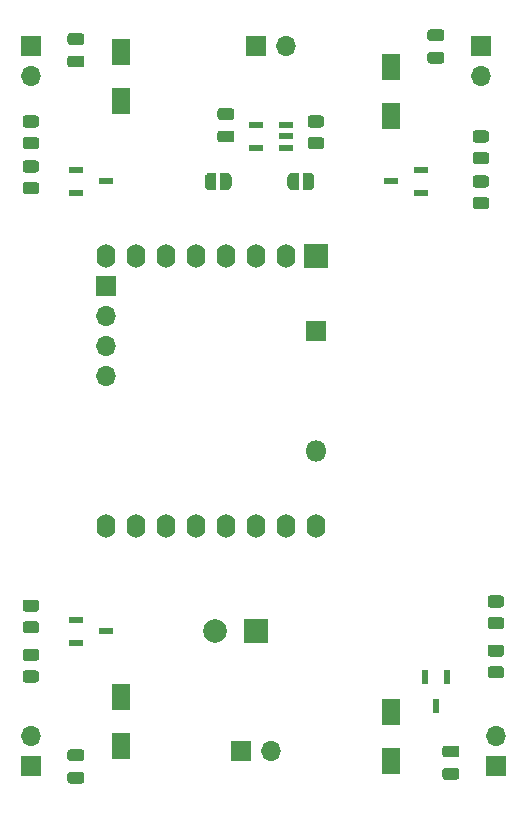
<source format=gbr>
%TF.GenerationSoftware,KiCad,Pcbnew,5.1.7-a382d34a8~88~ubuntu18.04.1*%
%TF.CreationDate,2021-04-24T17:29:33+03:00*%
%TF.ProjectId,quadimodo_pcb,71756164-696d-46f6-946f-5f7063622e6b,rev?*%
%TF.SameCoordinates,Original*%
%TF.FileFunction,Soldermask,Top*%
%TF.FilePolarity,Negative*%
%FSLAX46Y46*%
G04 Gerber Fmt 4.6, Leading zero omitted, Abs format (unit mm)*
G04 Created by KiCad (PCBNEW 5.1.7-a382d34a8~88~ubuntu18.04.1) date 2021-04-24 17:29:33*
%MOMM*%
%LPD*%
G01*
G04 APERTURE LIST*
%ADD10R,1.550000X2.200000*%
%ADD11C,2.000000*%
%ADD12R,2.000000X2.000000*%
%ADD13R,1.200000X0.600000*%
%ADD14R,0.600000X1.200000*%
%ADD15C,0.100000*%
%ADD16R,1.210000X0.590000*%
%ADD17O,1.700000X1.700000*%
%ADD18R,1.700000X1.700000*%
%ADD19O,1.600000X2.000000*%
%ADD20O,1.800000X1.800000*%
%ADD21R,1.800000X1.800000*%
G04 APERTURE END LIST*
D10*
%TO.C,D5*%
X36830000Y-29700000D03*
X36830000Y-33800000D03*
%TD*%
%TO.C,D4*%
X36830000Y-88410000D03*
X36830000Y-84310000D03*
%TD*%
%TO.C,D3*%
X59690000Y-30970000D03*
X59690000Y-35070000D03*
%TD*%
%TO.C,D2*%
X59690000Y-89680000D03*
X59690000Y-85580000D03*
%TD*%
D11*
%TO.C,C1*%
X44760000Y-78740000D03*
D12*
X48260000Y-78740000D03*
%TD*%
D13*
%TO.C,Q4*%
X33040000Y-39690000D03*
X33040000Y-41590000D03*
X35540000Y-40640000D03*
%TD*%
%TO.C,Q3*%
X33040000Y-77790000D03*
X33040000Y-79690000D03*
X35540000Y-78740000D03*
%TD*%
%TO.C,Q2*%
X59710000Y-40640000D03*
X62210000Y-39690000D03*
X62210000Y-41590000D03*
%TD*%
D14*
%TO.C,Q1*%
X64450000Y-82570000D03*
X62550000Y-82570000D03*
X63500000Y-85070000D03*
%TD*%
D15*
%TO.C,JP1*%
G36*
X45720000Y-39890602D02*
G01*
X45744534Y-39890602D01*
X45793365Y-39895412D01*
X45841490Y-39904984D01*
X45888445Y-39919228D01*
X45933778Y-39938005D01*
X45977051Y-39961136D01*
X46017850Y-39988396D01*
X46055779Y-40019524D01*
X46090476Y-40054221D01*
X46121604Y-40092150D01*
X46148864Y-40132949D01*
X46171995Y-40176222D01*
X46190772Y-40221555D01*
X46205016Y-40268510D01*
X46214588Y-40316635D01*
X46219398Y-40365466D01*
X46219398Y-40390000D01*
X46220000Y-40390000D01*
X46220000Y-40890000D01*
X46219398Y-40890000D01*
X46219398Y-40914534D01*
X46214588Y-40963365D01*
X46205016Y-41011490D01*
X46190772Y-41058445D01*
X46171995Y-41103778D01*
X46148864Y-41147051D01*
X46121604Y-41187850D01*
X46090476Y-41225779D01*
X46055779Y-41260476D01*
X46017850Y-41291604D01*
X45977051Y-41318864D01*
X45933778Y-41341995D01*
X45888445Y-41360772D01*
X45841490Y-41375016D01*
X45793365Y-41384588D01*
X45744534Y-41389398D01*
X45720000Y-41389398D01*
X45720000Y-41390000D01*
X45220000Y-41390000D01*
X45220000Y-39890000D01*
X45720000Y-39890000D01*
X45720000Y-39890602D01*
G37*
G36*
X44920000Y-41390000D02*
G01*
X44420000Y-41390000D01*
X44420000Y-41389398D01*
X44395466Y-41389398D01*
X44346635Y-41384588D01*
X44298510Y-41375016D01*
X44251555Y-41360772D01*
X44206222Y-41341995D01*
X44162949Y-41318864D01*
X44122150Y-41291604D01*
X44084221Y-41260476D01*
X44049524Y-41225779D01*
X44018396Y-41187850D01*
X43991136Y-41147051D01*
X43968005Y-41103778D01*
X43949228Y-41058445D01*
X43934984Y-41011490D01*
X43925412Y-40963365D01*
X43920602Y-40914534D01*
X43920602Y-40890000D01*
X43920000Y-40890000D01*
X43920000Y-40390000D01*
X43920602Y-40390000D01*
X43920602Y-40365466D01*
X43925412Y-40316635D01*
X43934984Y-40268510D01*
X43949228Y-40221555D01*
X43968005Y-40176222D01*
X43991136Y-40132949D01*
X44018396Y-40092150D01*
X44049524Y-40054221D01*
X44084221Y-40019524D01*
X44122150Y-39988396D01*
X44162949Y-39961136D01*
X44206222Y-39938005D01*
X44251555Y-39919228D01*
X44298510Y-39904984D01*
X44346635Y-39895412D01*
X44395466Y-39890602D01*
X44420000Y-39890602D01*
X44420000Y-39890000D01*
X44920000Y-39890000D01*
X44920000Y-41390000D01*
G37*
%TD*%
%TO.C,JP2*%
G36*
X52720000Y-39890602D02*
G01*
X52744534Y-39890602D01*
X52793365Y-39895412D01*
X52841490Y-39904984D01*
X52888445Y-39919228D01*
X52933778Y-39938005D01*
X52977051Y-39961136D01*
X53017850Y-39988396D01*
X53055779Y-40019524D01*
X53090476Y-40054221D01*
X53121604Y-40092150D01*
X53148864Y-40132949D01*
X53171995Y-40176222D01*
X53190772Y-40221555D01*
X53205016Y-40268510D01*
X53214588Y-40316635D01*
X53219398Y-40365466D01*
X53219398Y-40390000D01*
X53220000Y-40390000D01*
X53220000Y-40890000D01*
X53219398Y-40890000D01*
X53219398Y-40914534D01*
X53214588Y-40963365D01*
X53205016Y-41011490D01*
X53190772Y-41058445D01*
X53171995Y-41103778D01*
X53148864Y-41147051D01*
X53121604Y-41187850D01*
X53090476Y-41225779D01*
X53055779Y-41260476D01*
X53017850Y-41291604D01*
X52977051Y-41318864D01*
X52933778Y-41341995D01*
X52888445Y-41360772D01*
X52841490Y-41375016D01*
X52793365Y-41384588D01*
X52744534Y-41389398D01*
X52720000Y-41389398D01*
X52720000Y-41390000D01*
X52220000Y-41390000D01*
X52220000Y-39890000D01*
X52720000Y-39890000D01*
X52720000Y-39890602D01*
G37*
G36*
X51920000Y-41390000D02*
G01*
X51420000Y-41390000D01*
X51420000Y-41389398D01*
X51395466Y-41389398D01*
X51346635Y-41384588D01*
X51298510Y-41375016D01*
X51251555Y-41360772D01*
X51206222Y-41341995D01*
X51162949Y-41318864D01*
X51122150Y-41291604D01*
X51084221Y-41260476D01*
X51049524Y-41225779D01*
X51018396Y-41187850D01*
X50991136Y-41147051D01*
X50968005Y-41103778D01*
X50949228Y-41058445D01*
X50934984Y-41011490D01*
X50925412Y-40963365D01*
X50920602Y-40914534D01*
X50920602Y-40890000D01*
X50920000Y-40890000D01*
X50920000Y-40390000D01*
X50920602Y-40390000D01*
X50920602Y-40365466D01*
X50925412Y-40316635D01*
X50934984Y-40268510D01*
X50949228Y-40221555D01*
X50968005Y-40176222D01*
X50991136Y-40132949D01*
X51018396Y-40092150D01*
X51049524Y-40054221D01*
X51084221Y-40019524D01*
X51122150Y-39988396D01*
X51162949Y-39961136D01*
X51206222Y-39938005D01*
X51251555Y-39919228D01*
X51298510Y-39904984D01*
X51346635Y-39895412D01*
X51395466Y-39890602D01*
X51420000Y-39890602D01*
X51420000Y-39890000D01*
X51920000Y-39890000D01*
X51920000Y-41390000D01*
G37*
%TD*%
D16*
%TO.C,U2*%
X50785000Y-37780000D03*
X50785000Y-36830000D03*
X50785000Y-35880000D03*
X48275000Y-35880000D03*
X48275000Y-37780000D03*
%TD*%
%TO.C,R9*%
G36*
G01*
X53790002Y-36072500D02*
X52889998Y-36072500D01*
G75*
G02*
X52640000Y-35822502I0J249998D01*
G01*
X52640000Y-35297498D01*
G75*
G02*
X52889998Y-35047500I249998J0D01*
G01*
X53790002Y-35047500D01*
G75*
G02*
X54040000Y-35297498I0J-249998D01*
G01*
X54040000Y-35822502D01*
G75*
G02*
X53790002Y-36072500I-249998J0D01*
G01*
G37*
G36*
G01*
X53790002Y-37897500D02*
X52889998Y-37897500D01*
G75*
G02*
X52640000Y-37647502I0J249998D01*
G01*
X52640000Y-37122498D01*
G75*
G02*
X52889998Y-36872500I249998J0D01*
G01*
X53790002Y-36872500D01*
G75*
G02*
X54040000Y-37122498I0J-249998D01*
G01*
X54040000Y-37647502D01*
G75*
G02*
X53790002Y-37897500I-249998J0D01*
G01*
G37*
%TD*%
D17*
%TO.C,J7*%
X50800000Y-29210000D03*
D18*
X48260000Y-29210000D03*
%TD*%
%TO.C,C7*%
G36*
G01*
X33495000Y-29080000D02*
X32545000Y-29080000D01*
G75*
G02*
X32295000Y-28830000I0J250000D01*
G01*
X32295000Y-28330000D01*
G75*
G02*
X32545000Y-28080000I250000J0D01*
G01*
X33495000Y-28080000D01*
G75*
G02*
X33745000Y-28330000I0J-250000D01*
G01*
X33745000Y-28830000D01*
G75*
G02*
X33495000Y-29080000I-250000J0D01*
G01*
G37*
G36*
G01*
X33495000Y-30980000D02*
X32545000Y-30980000D01*
G75*
G02*
X32295000Y-30730000I0J250000D01*
G01*
X32295000Y-30230000D01*
G75*
G02*
X32545000Y-29980000I250000J0D01*
G01*
X33495000Y-29980000D01*
G75*
G02*
X33745000Y-30230000I0J-250000D01*
G01*
X33745000Y-30730000D01*
G75*
G02*
X33495000Y-30980000I-250000J0D01*
G01*
G37*
%TD*%
%TO.C,C6*%
G36*
G01*
X32545000Y-90620000D02*
X33495000Y-90620000D01*
G75*
G02*
X33745000Y-90870000I0J-250000D01*
G01*
X33745000Y-91370000D01*
G75*
G02*
X33495000Y-91620000I-250000J0D01*
G01*
X32545000Y-91620000D01*
G75*
G02*
X32295000Y-91370000I0J250000D01*
G01*
X32295000Y-90870000D01*
G75*
G02*
X32545000Y-90620000I250000J0D01*
G01*
G37*
G36*
G01*
X32545000Y-88720000D02*
X33495000Y-88720000D01*
G75*
G02*
X33745000Y-88970000I0J-250000D01*
G01*
X33745000Y-89470000D01*
G75*
G02*
X33495000Y-89720000I-250000J0D01*
G01*
X32545000Y-89720000D01*
G75*
G02*
X32295000Y-89470000I0J250000D01*
G01*
X32295000Y-88970000D01*
G75*
G02*
X32545000Y-88720000I250000J0D01*
G01*
G37*
%TD*%
%TO.C,C5*%
G36*
G01*
X63975000Y-28760000D02*
X63025000Y-28760000D01*
G75*
G02*
X62775000Y-28510000I0J250000D01*
G01*
X62775000Y-28010000D01*
G75*
G02*
X63025000Y-27760000I250000J0D01*
G01*
X63975000Y-27760000D01*
G75*
G02*
X64225000Y-28010000I0J-250000D01*
G01*
X64225000Y-28510000D01*
G75*
G02*
X63975000Y-28760000I-250000J0D01*
G01*
G37*
G36*
G01*
X63975000Y-30660000D02*
X63025000Y-30660000D01*
G75*
G02*
X62775000Y-30410000I0J250000D01*
G01*
X62775000Y-29910000D01*
G75*
G02*
X63025000Y-29660000I250000J0D01*
G01*
X63975000Y-29660000D01*
G75*
G02*
X64225000Y-29910000I0J-250000D01*
G01*
X64225000Y-30410000D01*
G75*
G02*
X63975000Y-30660000I-250000J0D01*
G01*
G37*
%TD*%
%TO.C,C4*%
G36*
G01*
X64295000Y-90300000D02*
X65245000Y-90300000D01*
G75*
G02*
X65495000Y-90550000I0J-250000D01*
G01*
X65495000Y-91050000D01*
G75*
G02*
X65245000Y-91300000I-250000J0D01*
G01*
X64295000Y-91300000D01*
G75*
G02*
X64045000Y-91050000I0J250000D01*
G01*
X64045000Y-90550000D01*
G75*
G02*
X64295000Y-90300000I250000J0D01*
G01*
G37*
G36*
G01*
X64295000Y-88400000D02*
X65245000Y-88400000D01*
G75*
G02*
X65495000Y-88650000I0J-250000D01*
G01*
X65495000Y-89150000D01*
G75*
G02*
X65245000Y-89400000I-250000J0D01*
G01*
X64295000Y-89400000D01*
G75*
G02*
X64045000Y-89150000I0J250000D01*
G01*
X64045000Y-88650000D01*
G75*
G02*
X64295000Y-88400000I250000J0D01*
G01*
G37*
%TD*%
%TO.C,C2*%
G36*
G01*
X46195000Y-35430000D02*
X45245000Y-35430000D01*
G75*
G02*
X44995000Y-35180000I0J250000D01*
G01*
X44995000Y-34680000D01*
G75*
G02*
X45245000Y-34430000I250000J0D01*
G01*
X46195000Y-34430000D01*
G75*
G02*
X46445000Y-34680000I0J-250000D01*
G01*
X46445000Y-35180000D01*
G75*
G02*
X46195000Y-35430000I-250000J0D01*
G01*
G37*
G36*
G01*
X46195000Y-37330000D02*
X45245000Y-37330000D01*
G75*
G02*
X44995000Y-37080000I0J250000D01*
G01*
X44995000Y-36580000D01*
G75*
G02*
X45245000Y-36330000I250000J0D01*
G01*
X46195000Y-36330000D01*
G75*
G02*
X46445000Y-36580000I0J-250000D01*
G01*
X46445000Y-37080000D01*
G75*
G02*
X46195000Y-37330000I-250000J0D01*
G01*
G37*
%TD*%
D19*
%TO.C,U1*%
X53340000Y-69850000D03*
X50800000Y-69850000D03*
X48260000Y-69850000D03*
X45720000Y-69850000D03*
X43180000Y-69850000D03*
X40640000Y-69850000D03*
X38100000Y-69850000D03*
X35560000Y-69850000D03*
X35560000Y-46990000D03*
X38100000Y-46990000D03*
X40640000Y-46990000D03*
X43180000Y-46990000D03*
X45720000Y-46990000D03*
X48260000Y-46990000D03*
D12*
X53340000Y-46990000D03*
D19*
X50800000Y-46990000D03*
%TD*%
D17*
%TO.C,J6*%
X29210000Y-31750000D03*
D18*
X29210000Y-29210000D03*
%TD*%
D17*
%TO.C,J5*%
X29210000Y-87630000D03*
D18*
X29210000Y-90170000D03*
%TD*%
D17*
%TO.C,J4*%
X67310000Y-31750000D03*
D18*
X67310000Y-29210000D03*
%TD*%
D17*
%TO.C,J3*%
X68580000Y-87630000D03*
D18*
X68580000Y-90170000D03*
%TD*%
D17*
%TO.C,J2*%
X35560000Y-57150000D03*
X35560000Y-54610000D03*
X35560000Y-52070000D03*
D18*
X35560000Y-49530000D03*
%TD*%
D17*
%TO.C,J1*%
X49530000Y-88900000D03*
D18*
X46990000Y-88900000D03*
%TD*%
%TO.C,R8*%
G36*
G01*
X29660002Y-36072500D02*
X28759998Y-36072500D01*
G75*
G02*
X28510000Y-35822502I0J249998D01*
G01*
X28510000Y-35297498D01*
G75*
G02*
X28759998Y-35047500I249998J0D01*
G01*
X29660002Y-35047500D01*
G75*
G02*
X29910000Y-35297498I0J-249998D01*
G01*
X29910000Y-35822502D01*
G75*
G02*
X29660002Y-36072500I-249998J0D01*
G01*
G37*
G36*
G01*
X29660002Y-37897500D02*
X28759998Y-37897500D01*
G75*
G02*
X28510000Y-37647502I0J249998D01*
G01*
X28510000Y-37122498D01*
G75*
G02*
X28759998Y-36872500I249998J0D01*
G01*
X29660002Y-36872500D01*
G75*
G02*
X29910000Y-37122498I0J-249998D01*
G01*
X29910000Y-37647502D01*
G75*
G02*
X29660002Y-37897500I-249998J0D01*
G01*
G37*
%TD*%
%TO.C,R7*%
G36*
G01*
X28759998Y-40682500D02*
X29660002Y-40682500D01*
G75*
G02*
X29910000Y-40932498I0J-249998D01*
G01*
X29910000Y-41457502D01*
G75*
G02*
X29660002Y-41707500I-249998J0D01*
G01*
X28759998Y-41707500D01*
G75*
G02*
X28510000Y-41457502I0J249998D01*
G01*
X28510000Y-40932498D01*
G75*
G02*
X28759998Y-40682500I249998J0D01*
G01*
G37*
G36*
G01*
X28759998Y-38857500D02*
X29660002Y-38857500D01*
G75*
G02*
X29910000Y-39107498I0J-249998D01*
G01*
X29910000Y-39632502D01*
G75*
G02*
X29660002Y-39882500I-249998J0D01*
G01*
X28759998Y-39882500D01*
G75*
G02*
X28510000Y-39632502I0J249998D01*
G01*
X28510000Y-39107498D01*
G75*
G02*
X28759998Y-38857500I249998J0D01*
G01*
G37*
%TD*%
%TO.C,R6*%
G36*
G01*
X28759998Y-82037500D02*
X29660002Y-82037500D01*
G75*
G02*
X29910000Y-82287498I0J-249998D01*
G01*
X29910000Y-82812502D01*
G75*
G02*
X29660002Y-83062500I-249998J0D01*
G01*
X28759998Y-83062500D01*
G75*
G02*
X28510000Y-82812502I0J249998D01*
G01*
X28510000Y-82287498D01*
G75*
G02*
X28759998Y-82037500I249998J0D01*
G01*
G37*
G36*
G01*
X28759998Y-80212500D02*
X29660002Y-80212500D01*
G75*
G02*
X29910000Y-80462498I0J-249998D01*
G01*
X29910000Y-80987502D01*
G75*
G02*
X29660002Y-81237500I-249998J0D01*
G01*
X28759998Y-81237500D01*
G75*
G02*
X28510000Y-80987502I0J249998D01*
G01*
X28510000Y-80462498D01*
G75*
G02*
X28759998Y-80212500I249998J0D01*
G01*
G37*
%TD*%
%TO.C,R5*%
G36*
G01*
X67760002Y-37342500D02*
X66859998Y-37342500D01*
G75*
G02*
X66610000Y-37092502I0J249998D01*
G01*
X66610000Y-36567498D01*
G75*
G02*
X66859998Y-36317500I249998J0D01*
G01*
X67760002Y-36317500D01*
G75*
G02*
X68010000Y-36567498I0J-249998D01*
G01*
X68010000Y-37092502D01*
G75*
G02*
X67760002Y-37342500I-249998J0D01*
G01*
G37*
G36*
G01*
X67760002Y-39167500D02*
X66859998Y-39167500D01*
G75*
G02*
X66610000Y-38917502I0J249998D01*
G01*
X66610000Y-38392498D01*
G75*
G02*
X66859998Y-38142500I249998J0D01*
G01*
X67760002Y-38142500D01*
G75*
G02*
X68010000Y-38392498I0J-249998D01*
G01*
X68010000Y-38917502D01*
G75*
G02*
X67760002Y-39167500I-249998J0D01*
G01*
G37*
%TD*%
%TO.C,R4*%
G36*
G01*
X29660002Y-77070000D02*
X28759998Y-77070000D01*
G75*
G02*
X28510000Y-76820002I0J249998D01*
G01*
X28510000Y-76294998D01*
G75*
G02*
X28759998Y-76045000I249998J0D01*
G01*
X29660002Y-76045000D01*
G75*
G02*
X29910000Y-76294998I0J-249998D01*
G01*
X29910000Y-76820002D01*
G75*
G02*
X29660002Y-77070000I-249998J0D01*
G01*
G37*
G36*
G01*
X29660002Y-78895000D02*
X28759998Y-78895000D01*
G75*
G02*
X28510000Y-78645002I0J249998D01*
G01*
X28510000Y-78119998D01*
G75*
G02*
X28759998Y-77870000I249998J0D01*
G01*
X29660002Y-77870000D01*
G75*
G02*
X29910000Y-78119998I0J-249998D01*
G01*
X29910000Y-78645002D01*
G75*
G02*
X29660002Y-78895000I-249998J0D01*
G01*
G37*
%TD*%
%TO.C,R3*%
G36*
G01*
X66859998Y-41952500D02*
X67760002Y-41952500D01*
G75*
G02*
X68010000Y-42202498I0J-249998D01*
G01*
X68010000Y-42727502D01*
G75*
G02*
X67760002Y-42977500I-249998J0D01*
G01*
X66859998Y-42977500D01*
G75*
G02*
X66610000Y-42727502I0J249998D01*
G01*
X66610000Y-42202498D01*
G75*
G02*
X66859998Y-41952500I249998J0D01*
G01*
G37*
G36*
G01*
X66859998Y-40127500D02*
X67760002Y-40127500D01*
G75*
G02*
X68010000Y-40377498I0J-249998D01*
G01*
X68010000Y-40902502D01*
G75*
G02*
X67760002Y-41152500I-249998J0D01*
G01*
X66859998Y-41152500D01*
G75*
G02*
X66610000Y-40902502I0J249998D01*
G01*
X66610000Y-40377498D01*
G75*
G02*
X66859998Y-40127500I249998J0D01*
G01*
G37*
%TD*%
D20*
%TO.C,D1*%
X53340000Y-63500000D03*
D21*
X53340000Y-53340000D03*
%TD*%
%TO.C,R2*%
G36*
G01*
X68129998Y-81680000D02*
X69030002Y-81680000D01*
G75*
G02*
X69280000Y-81929998I0J-249998D01*
G01*
X69280000Y-82455002D01*
G75*
G02*
X69030002Y-82705000I-249998J0D01*
G01*
X68129998Y-82705000D01*
G75*
G02*
X67880000Y-82455002I0J249998D01*
G01*
X67880000Y-81929998D01*
G75*
G02*
X68129998Y-81680000I249998J0D01*
G01*
G37*
G36*
G01*
X68129998Y-79855000D02*
X69030002Y-79855000D01*
G75*
G02*
X69280000Y-80104998I0J-249998D01*
G01*
X69280000Y-80630002D01*
G75*
G02*
X69030002Y-80880000I-249998J0D01*
G01*
X68129998Y-80880000D01*
G75*
G02*
X67880000Y-80630002I0J249998D01*
G01*
X67880000Y-80104998D01*
G75*
G02*
X68129998Y-79855000I249998J0D01*
G01*
G37*
%TD*%
%TO.C,R1*%
G36*
G01*
X69030002Y-76712500D02*
X68129998Y-76712500D01*
G75*
G02*
X67880000Y-76462502I0J249998D01*
G01*
X67880000Y-75937498D01*
G75*
G02*
X68129998Y-75687500I249998J0D01*
G01*
X69030002Y-75687500D01*
G75*
G02*
X69280000Y-75937498I0J-249998D01*
G01*
X69280000Y-76462502D01*
G75*
G02*
X69030002Y-76712500I-249998J0D01*
G01*
G37*
G36*
G01*
X69030002Y-78537500D02*
X68129998Y-78537500D01*
G75*
G02*
X67880000Y-78287502I0J249998D01*
G01*
X67880000Y-77762498D01*
G75*
G02*
X68129998Y-77512500I249998J0D01*
G01*
X69030002Y-77512500D01*
G75*
G02*
X69280000Y-77762498I0J-249998D01*
G01*
X69280000Y-78287502D01*
G75*
G02*
X69030002Y-78537500I-249998J0D01*
G01*
G37*
%TD*%
M02*

</source>
